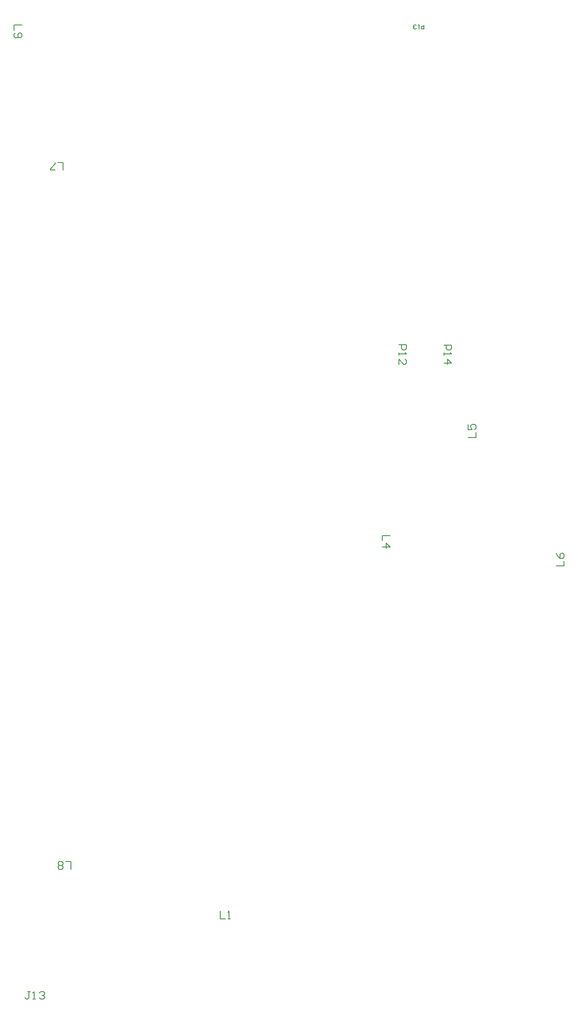
<source format=gbr>
%TF.GenerationSoftware,Altium Limited,Altium Designer,21.6.4 (81)*%
G04 Layer_Color=8388736*
%FSLAX43Y43*%
%MOMM*%
%TF.SameCoordinates,B094594F-E5AE-4C03-B854-EF891E02AD71*%
%TF.FilePolarity,Positive*%
%TF.FileFunction,Other,Top_Designator*%
%TF.Part,Single*%
G01*
G75*
%TA.AperFunction,NonConductor*%
%ADD158C,0.150*%
D158*
X132505Y194598D02*
X131006D01*
Y193598D01*
X131256Y193098D02*
X131006Y192848D01*
Y192348D01*
X131256Y192098D01*
X132255D01*
X132505Y192348D01*
Y192848D01*
X132255Y193098D01*
X132005D01*
X131756Y192848D01*
Y192098D01*
X141987Y31375D02*
Y32875D01*
X140987D01*
X140487Y31625D02*
X140237Y31375D01*
X139737D01*
X139488Y31625D01*
Y31875D01*
X139737Y32125D01*
X139488Y32375D01*
Y32625D01*
X139737Y32875D01*
X140237D01*
X140487Y32625D01*
Y32375D01*
X140237Y32125D01*
X140487Y31875D01*
Y31625D01*
X140237Y32125D02*
X139737D01*
X140465Y166523D02*
Y168022D01*
X139465D01*
X138966Y166523D02*
X137966D01*
Y166773D01*
X138966Y167772D01*
Y168022D01*
X235820Y89981D02*
X237319D01*
Y90981D01*
X235820Y92481D02*
X236069Y91981D01*
X236569Y91481D01*
X237069D01*
X237319Y91731D01*
Y92231D01*
X237069Y92481D01*
X236819D01*
X236569Y92231D01*
Y91481D01*
X218813Y114838D02*
X220312D01*
Y115838D01*
X218813Y117337D02*
Y116338D01*
X219563D01*
X219313Y116837D01*
Y117087D01*
X219563Y117337D01*
X220063D01*
X220312Y117087D01*
Y116588D01*
X220063Y116338D01*
X203692Y95899D02*
X202193D01*
Y94900D01*
Y93650D02*
X203692D01*
X202943Y94400D01*
Y93400D01*
X170842Y23300D02*
Y21801D01*
X171842D01*
X172341D02*
X172841D01*
X172591D01*
Y23300D01*
X172341Y23050D01*
X134125Y7750D02*
X133625D01*
X133875D01*
Y6500D01*
X133625Y6250D01*
X133376D01*
X133126Y6500D01*
X134625Y6250D02*
X135125D01*
X134875D01*
Y7750D01*
X134625Y7500D01*
X135875D02*
X136125Y7750D01*
X136624D01*
X136874Y7500D01*
Y7250D01*
X136624Y7000D01*
X136375D01*
X136624D01*
X136874Y6750D01*
Y6500D01*
X136624Y6250D01*
X136125D01*
X135875Y6500D01*
X214085Y132734D02*
X215584D01*
Y131984D01*
X215334Y131734D01*
X214834D01*
X214584Y131984D01*
Y132734D01*
X214085Y131234D02*
Y130734D01*
Y130984D01*
X215584D01*
X215334Y131234D01*
X214085Y129235D02*
X215584D01*
X214834Y129985D01*
Y128985D01*
X210215Y194617D02*
Y193817D01*
X209815D01*
X209682Y193950D01*
Y194217D01*
X209815Y194350D01*
X210215D01*
X209415Y194617D02*
X209148D01*
X209282D01*
Y193817D01*
X209415Y193950D01*
X208749D02*
X208615Y193817D01*
X208349D01*
X208215Y193950D01*
Y194084D01*
X208349Y194217D01*
X208482D01*
X208349D01*
X208215Y194350D01*
Y194484D01*
X208349Y194617D01*
X208615D01*
X208749Y194484D01*
X205371Y132754D02*
X206870D01*
Y132004D01*
X206620Y131754D01*
X206120D01*
X205870Y132004D01*
Y132754D01*
X205371Y131255D02*
Y130755D01*
Y131005D01*
X206870D01*
X206620Y131255D01*
X205371Y129005D02*
Y130005D01*
X206370Y129005D01*
X206620D01*
X206870Y129255D01*
Y129755D01*
X206620Y130005D01*
%TF.MD5,c3c59d10aa38998fc6ad70640e6549de*%
M02*

</source>
